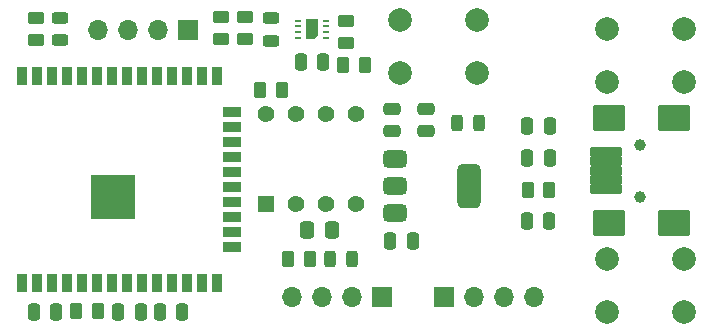
<source format=gbr>
%TF.GenerationSoftware,KiCad,Pcbnew,8.0.4*%
%TF.CreationDate,2025-01-11T15:27:39+03:00*%
%TF.ProjectId,IoT Project,496f5420-5072-46f6-9a65-63742e6b6963,rev?*%
%TF.SameCoordinates,Original*%
%TF.FileFunction,Soldermask,Top*%
%TF.FilePolarity,Negative*%
%FSLAX46Y46*%
G04 Gerber Fmt 4.6, Leading zero omitted, Abs format (unit mm)*
G04 Created by KiCad (PCBNEW 8.0.4) date 2025-01-11 15:27:39*
%MOMM*%
%LPD*%
G01*
G04 APERTURE LIST*
G04 Aperture macros list*
%AMRoundRect*
0 Rectangle with rounded corners*
0 $1 Rounding radius*
0 $2 $3 $4 $5 $6 $7 $8 $9 X,Y pos of 4 corners*
0 Add a 4 corners polygon primitive as box body*
4,1,4,$2,$3,$4,$5,$6,$7,$8,$9,$2,$3,0*
0 Add four circle primitives for the rounded corners*
1,1,$1+$1,$2,$3*
1,1,$1+$1,$4,$5*
1,1,$1+$1,$6,$7*
1,1,$1+$1,$8,$9*
0 Add four rect primitives between the rounded corners*
20,1,$1+$1,$2,$3,$4,$5,0*
20,1,$1+$1,$4,$5,$6,$7,0*
20,1,$1+$1,$6,$7,$8,$9,0*
20,1,$1+$1,$8,$9,$2,$3,0*%
%AMFreePoly0*
4,1,6,0.500000,-0.850000,-0.500000,-0.850000,-0.500000,0.550000,-0.200000,0.850000,0.500000,0.850000,0.500000,-0.850000,0.500000,-0.850000,$1*%
G04 Aperture macros list end*
%ADD10RoundRect,0.250000X0.250000X0.475000X-0.250000X0.475000X-0.250000X-0.475000X0.250000X-0.475000X0*%
%ADD11RoundRect,0.250000X-0.262500X-0.450000X0.262500X-0.450000X0.262500X0.450000X-0.262500X0.450000X0*%
%ADD12RoundRect,0.250000X0.475000X-0.250000X0.475000X0.250000X-0.475000X0.250000X-0.475000X-0.250000X0*%
%ADD13RoundRect,0.250000X-0.250000X-0.475000X0.250000X-0.475000X0.250000X0.475000X-0.250000X0.475000X0*%
%ADD14C,2.000000*%
%ADD15RoundRect,0.250000X0.450000X-0.262500X0.450000X0.262500X-0.450000X0.262500X-0.450000X-0.262500X0*%
%ADD16RoundRect,0.250000X0.262500X0.450000X-0.262500X0.450000X-0.262500X-0.450000X0.262500X-0.450000X0*%
%ADD17RoundRect,0.375000X-0.625000X-0.375000X0.625000X-0.375000X0.625000X0.375000X-0.625000X0.375000X0*%
%ADD18RoundRect,0.500000X-0.500000X-1.400000X0.500000X-1.400000X0.500000X1.400000X-0.500000X1.400000X0*%
%ADD19R,1.700000X1.700000*%
%ADD20O,1.700000X1.700000*%
%ADD21RoundRect,0.102000X0.610000X-0.610000X0.610000X0.610000X-0.610000X0.610000X-0.610000X-0.610000X0*%
%ADD22C,1.424000*%
%ADD23RoundRect,0.250000X-0.475000X0.250000X-0.475000X-0.250000X0.475000X-0.250000X0.475000X0.250000X0*%
%ADD24RoundRect,0.250000X0.337500X0.475000X-0.337500X0.475000X-0.337500X-0.475000X0.337500X-0.475000X0*%
%ADD25RoundRect,0.243750X0.243750X0.456250X-0.243750X0.456250X-0.243750X-0.456250X0.243750X-0.456250X0*%
%ADD26R,0.550000X0.250000*%
%ADD27FreePoly0,180.000000*%
%ADD28R,0.900000X1.500000*%
%ADD29R,1.500000X0.900000*%
%ADD30C,0.600000*%
%ADD31R,3.800000X3.800000*%
%ADD32RoundRect,0.243750X-0.243750X-0.456250X0.243750X-0.456250X0.243750X0.456250X-0.243750X0.456250X0*%
%ADD33C,1.000000*%
%ADD34RoundRect,0.102000X1.250000X-0.300000X1.250000X0.300000X-1.250000X0.300000X-1.250000X-0.300000X0*%
%ADD35RoundRect,0.102000X1.250000X-1.000000X1.250000X1.000000X-1.250000X1.000000X-1.250000X-1.000000X0*%
%ADD36RoundRect,0.243750X-0.456250X0.243750X-0.456250X-0.243750X0.456250X-0.243750X0.456250X0.243750X0*%
G04 APERTURE END LIST*
D10*
%TO.C,C1*%
X131050000Y-76500000D03*
X129150000Y-76500000D03*
%TD*%
D11*
%TO.C,R7*%
X120475000Y-78000000D03*
X122300000Y-78000000D03*
%TD*%
D12*
%TO.C,C2*%
X129300000Y-67150000D03*
X129300000Y-65250000D03*
%TD*%
D13*
%TO.C,C8*%
X106100000Y-82450000D03*
X108000000Y-82450000D03*
%TD*%
%TO.C,C6*%
X98950000Y-82450000D03*
X100850000Y-82450000D03*
%TD*%
D14*
%TO.C,SW3*%
X130000000Y-57750000D03*
X136500000Y-57750000D03*
X130000000Y-62250000D03*
X136500000Y-62250000D03*
%TD*%
D15*
%TO.C,R5*%
X99100000Y-59450000D03*
X99100000Y-57625000D03*
%TD*%
D16*
%TO.C,R2*%
X104362500Y-82420000D03*
X102537500Y-82420000D03*
%TD*%
D17*
%TO.C,U1*%
X129500000Y-69500000D03*
X129500000Y-71800000D03*
D18*
X135800000Y-71800000D03*
D17*
X129500000Y-74100000D03*
%TD*%
D19*
%TO.C,J3*%
X128400000Y-81225000D03*
D20*
X125860000Y-81225000D03*
X123320000Y-81225000D03*
X120780000Y-81225000D03*
%TD*%
D14*
%TO.C,SW1*%
X154000000Y-63000000D03*
X147500000Y-63000000D03*
X154000000Y-58500000D03*
X147500000Y-58500000D03*
%TD*%
D21*
%TO.C,U4*%
X118572500Y-73300000D03*
D22*
X121112500Y-73300000D03*
X123652500Y-73300000D03*
X126192500Y-73300000D03*
X126192500Y-65670000D03*
X123652500Y-65670000D03*
X121112500Y-65670000D03*
X118572500Y-65670000D03*
%TD*%
D10*
%TO.C,C7*%
X111500000Y-82450000D03*
X109600000Y-82450000D03*
%TD*%
D23*
%TO.C,C4*%
X132200000Y-65250000D03*
X132200000Y-67150000D03*
%TD*%
D24*
%TO.C,C11*%
X124165000Y-75515000D03*
X122090000Y-75515000D03*
%TD*%
D19*
%TO.C,J4*%
X133720000Y-81200000D03*
D20*
X136260000Y-81200000D03*
X138800000Y-81200000D03*
X141340000Y-81200000D03*
%TD*%
D14*
%TO.C,SW2*%
X147500000Y-78000000D03*
X154000000Y-78000000D03*
X147500000Y-82500000D03*
X154000000Y-82500000D03*
%TD*%
D25*
%TO.C,D5*%
X125925000Y-78000000D03*
X124050000Y-78000000D03*
%TD*%
D15*
%TO.C,R9*%
X125400000Y-59687500D03*
X125400000Y-57862500D03*
%TD*%
D16*
%TO.C,R1*%
X142592500Y-72126666D03*
X140767500Y-72126666D03*
%TD*%
D10*
%TO.C,C10*%
X142650000Y-69453333D03*
X140750000Y-69453333D03*
%TD*%
D19*
%TO.C,J2*%
X112000000Y-58625000D03*
D20*
X109460000Y-58625000D03*
X106920000Y-58625000D03*
X104380000Y-58625000D03*
%TD*%
D13*
%TO.C,C12*%
X121550000Y-61300000D03*
X123450000Y-61300000D03*
%TD*%
%TO.C,C5*%
X140750000Y-66750000D03*
X142650000Y-66750000D03*
%TD*%
D11*
%TO.C,R6*%
X118137500Y-63650000D03*
X119962500Y-63650000D03*
%TD*%
D15*
%TO.C,R4*%
X114800000Y-59325000D03*
X114800000Y-57500000D03*
%TD*%
D26*
%TO.C,U5*%
X123700000Y-59300000D03*
X123700000Y-58800000D03*
X123700000Y-58300000D03*
X123700000Y-57800000D03*
X121350000Y-57800000D03*
X121350000Y-58300000D03*
X121350000Y-58800000D03*
X121350000Y-59300000D03*
D27*
X122525000Y-58550000D03*
%TD*%
D28*
%TO.C,U3*%
X97980000Y-80000000D03*
X99250000Y-80000000D03*
X100520000Y-80000000D03*
X101790000Y-80000000D03*
X103060000Y-80000000D03*
X104330000Y-80000000D03*
X105600000Y-80000000D03*
X106870000Y-80000000D03*
X108140000Y-80000000D03*
X109410000Y-80000000D03*
X110680000Y-80000000D03*
X111950000Y-80000000D03*
X113220000Y-80000000D03*
X114490000Y-80000000D03*
D29*
X115740000Y-76960000D03*
X115740000Y-75690000D03*
X115740000Y-74420000D03*
X115740000Y-73150000D03*
X115740000Y-71880000D03*
X115740000Y-70610000D03*
X115740000Y-69340000D03*
X115740000Y-68070000D03*
X115740000Y-66800000D03*
X115740000Y-65530000D03*
D28*
X114490000Y-62500000D03*
X113220000Y-62500000D03*
X111950000Y-62500000D03*
X110680000Y-62500000D03*
X109410000Y-62500000D03*
X108140000Y-62500000D03*
X106870000Y-62500000D03*
X105600000Y-62500000D03*
X104330000Y-62500000D03*
X103060000Y-62500000D03*
X101790000Y-62500000D03*
X100520000Y-62500000D03*
X99250000Y-62500000D03*
X97980000Y-62500000D03*
D30*
X105000000Y-74150000D03*
X106400000Y-74150000D03*
X104300000Y-73450000D03*
X105700000Y-73450000D03*
X107100000Y-73450000D03*
X105000000Y-72775000D03*
X106400000Y-72775000D03*
D31*
X105700000Y-72750000D03*
D30*
X104300000Y-72050000D03*
X105700000Y-72050000D03*
X107100000Y-72050000D03*
X105000000Y-71350000D03*
X106400000Y-71350000D03*
%TD*%
D10*
%TO.C,C9*%
X142600000Y-74800000D03*
X140700000Y-74800000D03*
%TD*%
D32*
%TO.C,D1*%
X134812500Y-66500000D03*
X136687500Y-66500000D03*
%TD*%
D15*
%TO.C,R3*%
X116850000Y-59325000D03*
X116850000Y-57500000D03*
%TD*%
D33*
%TO.C,J1*%
X150250000Y-72700000D03*
X150250000Y-68300000D03*
D34*
X147370000Y-72100000D03*
X147370000Y-71300000D03*
X147370000Y-70500000D03*
X147370000Y-69700000D03*
X147370000Y-68900000D03*
D35*
X147670000Y-74950000D03*
X147670000Y-66050000D03*
X153120000Y-66050000D03*
X153120000Y-74950000D03*
%TD*%
D36*
%TO.C,D3*%
X101200000Y-57600000D03*
X101200000Y-59475000D03*
%TD*%
%TO.C,D4*%
X119000000Y-57625000D03*
X119000000Y-59500000D03*
%TD*%
D11*
%TO.C,R8*%
X125175000Y-61600000D03*
X127000000Y-61600000D03*
%TD*%
M02*

</source>
